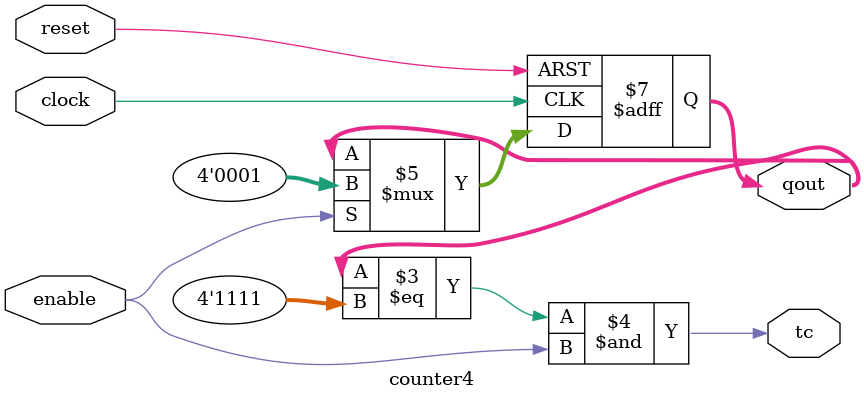
<source format=v>
module counter4(qout,tc,enable,reset,clock);
	output [3:0] qout;
	reg [3:0] qout;
	output tc;
	input enable,reset,clock;
	
	always @(posedge clock or negedge reset) begin 
	if(~reset) qout <=0;
	else if(enable) qout <=+1;
	end
	
assign tc = (qout == 4'b1111)&enable;
endmodule
</source>
